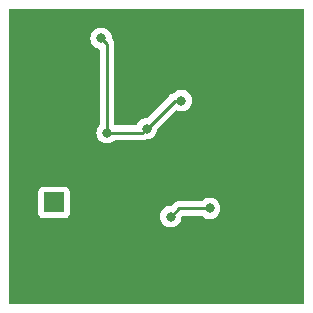
<source format=gbr>
%TF.GenerationSoftware,KiCad,Pcbnew,7.0.5*%
%TF.CreationDate,2023-06-11T15:17:49-05:00*%
%TF.ProjectId,DRV2605,44525632-3630-4352-9e6b-696361645f70,rev?*%
%TF.SameCoordinates,Original*%
%TF.FileFunction,Copper,L2,Bot*%
%TF.FilePolarity,Positive*%
%FSLAX46Y46*%
G04 Gerber Fmt 4.6, Leading zero omitted, Abs format (unit mm)*
G04 Created by KiCad (PCBNEW 7.0.5) date 2023-06-11 15:17:49*
%MOMM*%
%LPD*%
G01*
G04 APERTURE LIST*
%TA.AperFunction,ComponentPad*%
%ADD10R,1.700000X1.700000*%
%TD*%
%TA.AperFunction,ViaPad*%
%ADD11C,0.800000*%
%TD*%
%TA.AperFunction,Conductor*%
%ADD12C,0.250000*%
%TD*%
G04 APERTURE END LIST*
D10*
%TO.P,J3,1,Pin_1*%
%TO.N,/Enable*%
X103800000Y-116400000D03*
%TD*%
D11*
%TO.N,GND*%
X111400000Y-114100000D03*
%TO.N,+3.3V*%
X111650000Y-110150000D03*
X107800000Y-102500000D03*
X114600000Y-107775500D03*
X108300000Y-110500000D03*
%TO.N,GND*%
X112200000Y-105075000D03*
X119400000Y-114400000D03*
%TO.N,+3.3V*%
X113700000Y-117600000D03*
X117000000Y-116900000D03*
%TD*%
D12*
%TO.N,+3.3V*%
X114024500Y-107775500D02*
X114600000Y-107775500D01*
X111650000Y-110150000D02*
X114024500Y-107775500D01*
X111300000Y-110500000D02*
X111650000Y-110150000D01*
X107800000Y-102500000D02*
X108300000Y-103000000D01*
X108300000Y-103000000D02*
X108300000Y-110500000D01*
X108300000Y-110500000D02*
X111300000Y-110500000D01*
X114400000Y-116900000D02*
X113700000Y-117600000D01*
X117000000Y-116900000D02*
X114400000Y-116900000D01*
%TD*%
%TA.AperFunction,Conductor*%
%TO.N,GND*%
G36*
X124942539Y-100020185D02*
G01*
X124988294Y-100072989D01*
X124999500Y-100124500D01*
X124999500Y-124875500D01*
X124979815Y-124942539D01*
X124927011Y-124988294D01*
X124875500Y-124999500D01*
X100124500Y-124999500D01*
X100057461Y-124979815D01*
X100011706Y-124927011D01*
X100000500Y-124875500D01*
X100000500Y-117297870D01*
X102449500Y-117297870D01*
X102449501Y-117297876D01*
X102455908Y-117357483D01*
X102506202Y-117492328D01*
X102506206Y-117492335D01*
X102592452Y-117607544D01*
X102592455Y-117607547D01*
X102707664Y-117693793D01*
X102707671Y-117693797D01*
X102842517Y-117744091D01*
X102842516Y-117744091D01*
X102849444Y-117744835D01*
X102902127Y-117750500D01*
X104697872Y-117750499D01*
X104757483Y-117744091D01*
X104892331Y-117693796D01*
X105007546Y-117607546D01*
X105013195Y-117600000D01*
X112794540Y-117600000D01*
X112814326Y-117788256D01*
X112814327Y-117788259D01*
X112872818Y-117968277D01*
X112872821Y-117968284D01*
X112967467Y-118132216D01*
X113094129Y-118272888D01*
X113247265Y-118384148D01*
X113247270Y-118384151D01*
X113420192Y-118461142D01*
X113420197Y-118461144D01*
X113605354Y-118500500D01*
X113605355Y-118500500D01*
X113794644Y-118500500D01*
X113794646Y-118500500D01*
X113979803Y-118461144D01*
X114152730Y-118384151D01*
X114305871Y-118272888D01*
X114432533Y-118132216D01*
X114527179Y-117968284D01*
X114585674Y-117788256D01*
X114601619Y-117636536D01*
X114628203Y-117571924D01*
X114685501Y-117531939D01*
X114724940Y-117525500D01*
X116296252Y-117525500D01*
X116363291Y-117545185D01*
X116388400Y-117566526D01*
X116394126Y-117572885D01*
X116394130Y-117572889D01*
X116547265Y-117684148D01*
X116547270Y-117684151D01*
X116720192Y-117761142D01*
X116720197Y-117761144D01*
X116905354Y-117800500D01*
X116905355Y-117800500D01*
X117094644Y-117800500D01*
X117094646Y-117800500D01*
X117279803Y-117761144D01*
X117452730Y-117684151D01*
X117605871Y-117572888D01*
X117732533Y-117432216D01*
X117827179Y-117268284D01*
X117885674Y-117088256D01*
X117905460Y-116900000D01*
X117885674Y-116711744D01*
X117827179Y-116531716D01*
X117732533Y-116367784D01*
X117605871Y-116227112D01*
X117605870Y-116227111D01*
X117452734Y-116115851D01*
X117452729Y-116115848D01*
X117279807Y-116038857D01*
X117279802Y-116038855D01*
X117134001Y-116007865D01*
X117094646Y-115999500D01*
X116905354Y-115999500D01*
X116872897Y-116006398D01*
X116720197Y-116038855D01*
X116720192Y-116038857D01*
X116547270Y-116115848D01*
X116547265Y-116115851D01*
X116394130Y-116227110D01*
X116394126Y-116227114D01*
X116388400Y-116233474D01*
X116328913Y-116270121D01*
X116296252Y-116274500D01*
X114482737Y-116274500D01*
X114467120Y-116272776D01*
X114467093Y-116273062D01*
X114459331Y-116272327D01*
X114391171Y-116274469D01*
X114389224Y-116274500D01*
X114360650Y-116274500D01*
X114359929Y-116274590D01*
X114353757Y-116275369D01*
X114347945Y-116275826D01*
X114301372Y-116277290D01*
X114301369Y-116277291D01*
X114282126Y-116282881D01*
X114263083Y-116286825D01*
X114243204Y-116289336D01*
X114243203Y-116289337D01*
X114199878Y-116306490D01*
X114194352Y-116308382D01*
X114149608Y-116321383D01*
X114149604Y-116321385D01*
X114132365Y-116331580D01*
X114114898Y-116340137D01*
X114096269Y-116347512D01*
X114096267Y-116347513D01*
X114058564Y-116374906D01*
X114053682Y-116378112D01*
X114013580Y-116401828D01*
X113999408Y-116416000D01*
X113984623Y-116428628D01*
X113968412Y-116440407D01*
X113938709Y-116476310D01*
X113934777Y-116480630D01*
X113883693Y-116531715D01*
X113752226Y-116663182D01*
X113690906Y-116696666D01*
X113664547Y-116699500D01*
X113605354Y-116699500D01*
X113572897Y-116706398D01*
X113420197Y-116738855D01*
X113420192Y-116738857D01*
X113247270Y-116815848D01*
X113247265Y-116815851D01*
X113094129Y-116927111D01*
X112967466Y-117067785D01*
X112872821Y-117231715D01*
X112872818Y-117231722D01*
X112814327Y-117411740D01*
X112814326Y-117411744D01*
X112794540Y-117600000D01*
X105013195Y-117600000D01*
X105093796Y-117492331D01*
X105144091Y-117357483D01*
X105150500Y-117297873D01*
X105150499Y-115502128D01*
X105144091Y-115442517D01*
X105093796Y-115307669D01*
X105093795Y-115307668D01*
X105093793Y-115307664D01*
X105007547Y-115192455D01*
X105007544Y-115192452D01*
X104892335Y-115106206D01*
X104892328Y-115106202D01*
X104757482Y-115055908D01*
X104757483Y-115055908D01*
X104697883Y-115049501D01*
X104697881Y-115049500D01*
X104697873Y-115049500D01*
X104697864Y-115049500D01*
X102902129Y-115049500D01*
X102902123Y-115049501D01*
X102842516Y-115055908D01*
X102707671Y-115106202D01*
X102707664Y-115106206D01*
X102592455Y-115192452D01*
X102592452Y-115192455D01*
X102506206Y-115307664D01*
X102506202Y-115307671D01*
X102455908Y-115442517D01*
X102449501Y-115502116D01*
X102449501Y-115502123D01*
X102449500Y-115502135D01*
X102449500Y-117297870D01*
X100000500Y-117297870D01*
X100000500Y-102500000D01*
X106894540Y-102500000D01*
X106914326Y-102688256D01*
X106914327Y-102688259D01*
X106972818Y-102868277D01*
X106972821Y-102868284D01*
X107067467Y-103032216D01*
X107112961Y-103082742D01*
X107194129Y-103172888D01*
X107347265Y-103284148D01*
X107347270Y-103284151D01*
X107520191Y-103361142D01*
X107520193Y-103361142D01*
X107520197Y-103361144D01*
X107576282Y-103373064D01*
X107637761Y-103406255D01*
X107671539Y-103467418D01*
X107674500Y-103494354D01*
X107674500Y-109801312D01*
X107654815Y-109868351D01*
X107642650Y-109884284D01*
X107567466Y-109967784D01*
X107472821Y-110131715D01*
X107472818Y-110131722D01*
X107414327Y-110311740D01*
X107414326Y-110311744D01*
X107394540Y-110500000D01*
X107414326Y-110688256D01*
X107414327Y-110688259D01*
X107472818Y-110868277D01*
X107472821Y-110868284D01*
X107567467Y-111032216D01*
X107688401Y-111166526D01*
X107694129Y-111172888D01*
X107847265Y-111284148D01*
X107847270Y-111284151D01*
X108020192Y-111361142D01*
X108020197Y-111361144D01*
X108205354Y-111400500D01*
X108205355Y-111400500D01*
X108394644Y-111400500D01*
X108394646Y-111400500D01*
X108579803Y-111361144D01*
X108752730Y-111284151D01*
X108905871Y-111172888D01*
X108908788Y-111169647D01*
X108911600Y-111166526D01*
X108971087Y-111129879D01*
X109003748Y-111125500D01*
X111217257Y-111125500D01*
X111232877Y-111127224D01*
X111232904Y-111126939D01*
X111240666Y-111127673D01*
X111240666Y-111127672D01*
X111240667Y-111127673D01*
X111243999Y-111127568D01*
X111308847Y-111125531D01*
X111310794Y-111125500D01*
X111339347Y-111125500D01*
X111339350Y-111125500D01*
X111346228Y-111124630D01*
X111352041Y-111124172D01*
X111398627Y-111122709D01*
X111417869Y-111117117D01*
X111436912Y-111113174D01*
X111456792Y-111110664D01*
X111500122Y-111093507D01*
X111505646Y-111091617D01*
X111507603Y-111091048D01*
X111550390Y-111078618D01*
X111567629Y-111068422D01*
X111585149Y-111059843D01*
X111585954Y-111059524D01*
X111586808Y-111059187D01*
X111632403Y-111050500D01*
X111744644Y-111050500D01*
X111744646Y-111050500D01*
X111929803Y-111011144D01*
X112102730Y-110934151D01*
X112255871Y-110822888D01*
X112382533Y-110682216D01*
X112477179Y-110518284D01*
X112535674Y-110338256D01*
X112553321Y-110170344D01*
X112579904Y-110105734D01*
X112588951Y-110095638D01*
X114071558Y-108613031D01*
X114132879Y-108579548D01*
X114202571Y-108584532D01*
X114209674Y-108587435D01*
X114320197Y-108636644D01*
X114505354Y-108676000D01*
X114505355Y-108676000D01*
X114694644Y-108676000D01*
X114694646Y-108676000D01*
X114879803Y-108636644D01*
X115052730Y-108559651D01*
X115205871Y-108448388D01*
X115332533Y-108307716D01*
X115427179Y-108143784D01*
X115485674Y-107963756D01*
X115505460Y-107775500D01*
X115485674Y-107587244D01*
X115427179Y-107407216D01*
X115332533Y-107243284D01*
X115205871Y-107102612D01*
X115205870Y-107102611D01*
X115052734Y-106991351D01*
X115052729Y-106991348D01*
X114879807Y-106914357D01*
X114879802Y-106914355D01*
X114734001Y-106883365D01*
X114694646Y-106875000D01*
X114505354Y-106875000D01*
X114472897Y-106881898D01*
X114320197Y-106914355D01*
X114320192Y-106914357D01*
X114147270Y-106991348D01*
X114147265Y-106991351D01*
X113994131Y-107102610D01*
X113994121Y-107102618D01*
X113980753Y-107117465D01*
X113923200Y-107153567D01*
X113906633Y-107158380D01*
X113887579Y-107162325D01*
X113867711Y-107164834D01*
X113824384Y-107181988D01*
X113818858Y-107183879D01*
X113774114Y-107196879D01*
X113774110Y-107196881D01*
X113756866Y-107207079D01*
X113739405Y-107215633D01*
X113720774Y-107223010D01*
X113720762Y-107223017D01*
X113683070Y-107250402D01*
X113678187Y-107253609D01*
X113638080Y-107277329D01*
X113623914Y-107291495D01*
X113609124Y-107304127D01*
X113592914Y-107315904D01*
X113592911Y-107315907D01*
X113563210Y-107351809D01*
X113559277Y-107356131D01*
X111702228Y-109213181D01*
X111640905Y-109246666D01*
X111614547Y-109249500D01*
X111555354Y-109249500D01*
X111522897Y-109256398D01*
X111370197Y-109288855D01*
X111370192Y-109288857D01*
X111197270Y-109365848D01*
X111197265Y-109365851D01*
X111044129Y-109477111D01*
X110917466Y-109617785D01*
X110822821Y-109781715D01*
X110822819Y-109781719D01*
X110820513Y-109788819D01*
X110781075Y-109846494D01*
X110716716Y-109873692D01*
X110702582Y-109874500D01*
X109049500Y-109874500D01*
X108982461Y-109854815D01*
X108936706Y-109802011D01*
X108925500Y-109750500D01*
X108925500Y-106875000D01*
X108925500Y-103082732D01*
X108927225Y-103067123D01*
X108926939Y-103067096D01*
X108927673Y-103059333D01*
X108925531Y-102991152D01*
X108925500Y-102989205D01*
X108925500Y-102960654D01*
X108925500Y-102960650D01*
X108924631Y-102953772D01*
X108924172Y-102947943D01*
X108922709Y-102901372D01*
X108917122Y-102882144D01*
X108913174Y-102863084D01*
X108910663Y-102843204D01*
X108893512Y-102799887D01*
X108891619Y-102794358D01*
X108878618Y-102749609D01*
X108878616Y-102749606D01*
X108868423Y-102732371D01*
X108859861Y-102714894D01*
X108852487Y-102696270D01*
X108852486Y-102696268D01*
X108825079Y-102658545D01*
X108821888Y-102653686D01*
X108798172Y-102613583D01*
X108798165Y-102613574D01*
X108784006Y-102599415D01*
X108771368Y-102584619D01*
X108759592Y-102568410D01*
X108747170Y-102558134D01*
X108708063Y-102500234D01*
X108702890Y-102475552D01*
X108685674Y-102311744D01*
X108627179Y-102131716D01*
X108532533Y-101967784D01*
X108405871Y-101827112D01*
X108405870Y-101827111D01*
X108252734Y-101715851D01*
X108252729Y-101715848D01*
X108079807Y-101638857D01*
X108079802Y-101638855D01*
X107934001Y-101607865D01*
X107894646Y-101599500D01*
X107705354Y-101599500D01*
X107672897Y-101606398D01*
X107520197Y-101638855D01*
X107520192Y-101638857D01*
X107347270Y-101715848D01*
X107347265Y-101715851D01*
X107194129Y-101827111D01*
X107067466Y-101967785D01*
X106972821Y-102131715D01*
X106972818Y-102131722D01*
X106914327Y-102311740D01*
X106914326Y-102311744D01*
X106894540Y-102500000D01*
X100000500Y-102500000D01*
X100000500Y-100124500D01*
X100020185Y-100057461D01*
X100072989Y-100011706D01*
X100124500Y-100000500D01*
X124875500Y-100000500D01*
X124942539Y-100020185D01*
G37*
%TD.AperFunction*%
%TD*%
M02*

</source>
